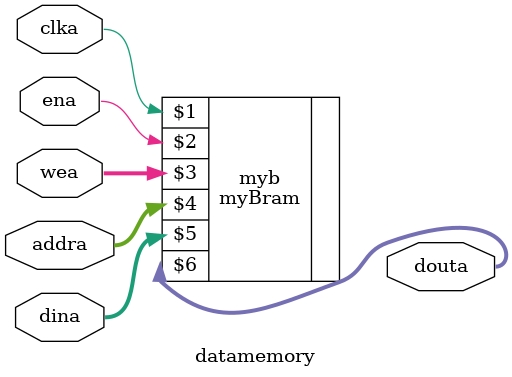
<source format=v>
/*
Assignment 7
Problem no:5 
Semester: 5th
Group: 28
Members: 
Aryan Singh (19CS30007)
Abhinandan De (19CS10069)
*/
`timescale 1ns / 1ps

module datamemory(
    input clka,
    input ena,
    input [3 : 0] wea,
    input [31 : 0] addra,
    input [31 : 0] dina,
    output [31 : 0] douta
  );

 myBram myb(
  clka,
  ena,
  wea,
  addra,
  dina,
  douta
);




endmodule

</source>
